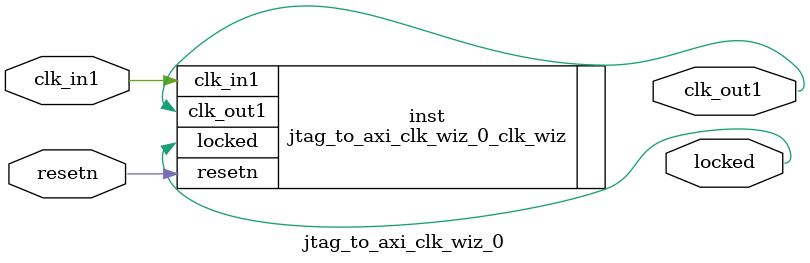
<source format=v>


`timescale 1ps/1ps

(* CORE_GENERATION_INFO = "jtag_to_axi_clk_wiz_0,clk_wiz_v6_0_2_0_0,{component_name=jtag_to_axi_clk_wiz_0,use_phase_alignment=true,use_min_o_jitter=false,use_max_i_jitter=false,use_dyn_phase_shift=false,use_inclk_switchover=false,use_dyn_reconfig=false,enable_axi=0,feedback_source=FDBK_AUTO,PRIMITIVE=MMCM,num_out_clk=1,clkin1_period=10.000,clkin2_period=10.000,use_power_down=false,use_reset=true,use_locked=true,use_inclk_stopped=false,feedback_type=SINGLE,CLOCK_MGR_TYPE=NA,manual_override=false}" *)

module jtag_to_axi_clk_wiz_0 
 (
  // Clock out ports
  output        clk_out1,
  // Status and control signals
  input         resetn,
  output        locked,
 // Clock in ports
  input         clk_in1
 );

  jtag_to_axi_clk_wiz_0_clk_wiz inst
  (
  // Clock out ports  
  .clk_out1(clk_out1),
  // Status and control signals               
  .resetn(resetn), 
  .locked(locked),
 // Clock in ports
  .clk_in1(clk_in1)
  );

endmodule

</source>
